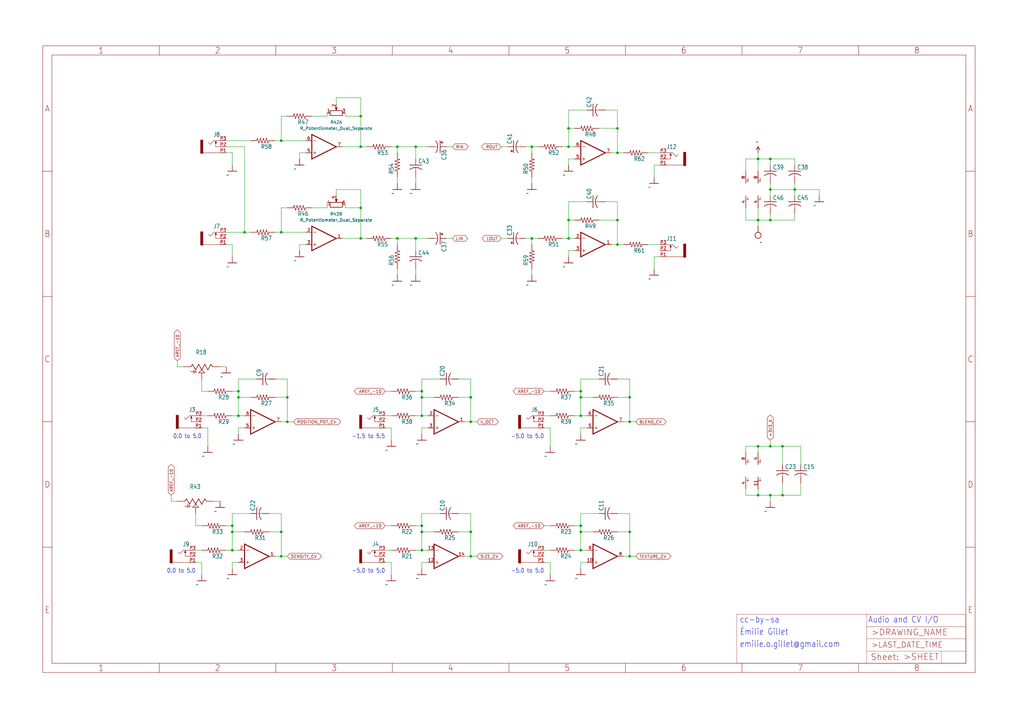
<source format=kicad_sch>
(kicad_sch (version 20211123) (generator eeschema)
  (paper "User" 425.45 299.161)
  (lib_symbols
    (symbol "Device:R_Potentiometer_Dual_Separate" (pin_names (offset 1.016) hide)
      (property "Reference" "RV" (at -4.445 0 90))
      (property "Value" "R_Potentiometer_Dual_Separate" (at -2.54 0 90))
      (symbol "R_Potentiometer_Dual_Separate_1_1"
        (pin passive line (at 0 3.81 270) (length 1.27) (name "1") (number "1"))
        (pin passive line (at 3.81 0 180) (length 1.27) (name "2") (number "2"))
        (pin passive line (at 0 -3.81 90) (length 1.27) (name "3") (number "3"))
      )
      (symbol "R_Potentiometer_Dual_Separate_2_1"
        (pin passive line (at 0 3.81 270) (length 1.27) (name "4") (number "4"))
        (pin passive line (at 3.81 0 180) (length 1.27) (name "5") (number "5"))
        (pin passive line (at 0 -3.81 90) (length 1.27) (name "6") (number "6"))
      )
    )
    (symbol "clouds-eagle-import:A3L-LOC"
      (symbol "A3L-LOC_1_0"
        (text "1" (at 24.2094 1.905 0) (effects (font (size 2.54 2.286))))
        (text "1" (at 24.2094 258.445 0) (effects (font (size 2.54 2.286))))
        (text "2" (at 72.6281 1.905 0) (effects (font (size 2.54 2.286))))
        (text "2" (at 72.6281 258.445 0) (effects (font (size 2.54 2.286))))
        (text "3" (at 121.0469 1.905 0) (effects (font (size 2.54 2.286))))
        (text "3" (at 121.0469 258.445 0) (effects (font (size 2.54 2.286))))
        (text "4" (at 169.4656 1.905 0) (effects (font (size 2.54 2.286))))
        (text "4" (at 169.4656 258.445 0) (effects (font (size 2.54 2.286))))
        (text "5" (at 217.8844 1.905 0) (effects (font (size 2.54 2.286))))
        (text "5" (at 217.8844 258.445 0) (effects (font (size 2.54 2.286))))
        (text "6" (at 266.3031 1.905 0) (effects (font (size 2.54 2.286))))
        (text "6" (at 266.3031 258.445 0) (effects (font (size 2.54 2.286))))
        (text "7" (at 314.7219 1.905 0) (effects (font (size 2.54 2.286))))
        (text "7" (at 314.7219 258.445 0) (effects (font (size 2.54 2.286))))
        (text "8" (at 363.1406 1.905 0) (effects (font (size 2.54 2.286))))
        (text "8" (at 363.1406 258.445 0) (effects (font (size 2.54 2.286))))
        (text ">DRAWING_NAME" (at 344.17 15.24 0) (effects (font (size 2.54 2.54)) (justify left bottom)))
        (text ">LAST_DATE_TIME" (at 344.17 10.16 0) (effects (font (size 2.286 2.286)) (justify left bottom)))
        (text ">SHEET" (at 357.505 5.08 0) (effects (font (size 2.54 2.54)) (justify left bottom)))
        (text "A" (at 1.905 234.315 0) (effects (font (size 2.54 2.286))))
        (text "A" (at 385.445 234.315 0) (effects (font (size 2.54 2.286))))
        (text "B" (at 1.905 182.245 0) (effects (font (size 2.54 2.286))))
        (text "B" (at 385.445 182.245 0) (effects (font (size 2.54 2.286))))
        (text "C" (at 1.905 130.175 0) (effects (font (size 2.54 2.286))))
        (text "C" (at 385.445 130.175 0) (effects (font (size 2.54 2.286))))
        (text "D" (at 1.905 78.105 0) (effects (font (size 2.54 2.286))))
        (text "D" (at 385.445 78.105 0) (effects (font (size 2.54 2.286))))
        (text "E" (at 1.905 26.035 0) (effects (font (size 2.54 2.286))))
        (text "E" (at 385.445 26.035 0) (effects (font (size 2.54 2.286))))
        (text "Sheet:" (at 343.916 4.953 0) (effects (font (size 2.54 2.54)) (justify left bottom)))
      )
    )
    (symbol "clouds-eagle-import:C-USC0603"
      (property "Reference" "C" (at 1.016 0.635 0))
      (property "Value" "C-USC0603" (at 1.016 -4.191 0))
      (symbol "C-USC0603_1_0"
        (pin passive line (at 0 2.54 270) (length 2.54) (name "1") (number "1"))
        (pin passive line (at 0 -5.08 90) (length 2.54) (name "2") (number "2"))
      )
    )
    (symbol "clouds-eagle-import:CPOL-USB"
      (property "Reference" "C" (at 1.016 0.635 0))
      (property "Value" "CPOL-USB" (at 1.016 -4.191 0))
      (symbol "CPOL-USB_1_0"
        (pin passive line (at 0 2.54 270) (length 2.54) (name "+") (number "+"))
        (pin passive line (at 0 -5.08 90) (length 2.54) (name "-") (number "-"))
      )
    )
    (symbol "clouds-eagle-import:GND" (power)
      (property "Value" "GND" (at -2.54 -2.54 0))
      (symbol "GND_1_0"
        (pin power_in line (at 0 2.54 270) (length 2.54) (name "GND") (number "1"))
      )
    )
    (symbol "clouds-eagle-import:PJ301_THONKICONN6"
      (property "Reference" "J" (at -2.54 4.064 0))
      (symbol "PJ301_THONKICONN6_1_0"
        (pin passive line (at -5.08 -2.54 0) (length 2.54) (name "1") (number "P1"))
        (pin passive line (at -5.08 0 0) (length 2.54) (name "2") (number "P2"))
        (pin passive line (at -5.08 2.54 0) (length 2.54) (name "3") (number "P3"))
      )
    )
    (symbol "clouds-eagle-import:POT_USVERTICAL_PS"
      (property "Reference" "R" (at -5.08 -2.54 90))
      (property "Value" "POT_USVERTICAL_PS" (at -2.54 -2.54 90))
      (symbol "POT_USVERTICAL_PS_1_0"
        (pin passive line (at 0 7.62 270) (length 2.54) (name "E") (number "P$1"))
        (pin passive line (at 5.08 0 180) (length 2.54) (name "S") (number "P$2"))
        (pin passive line (at 0 -7.62 90) (length 2.54) (name "A") (number "P$3"))
      )
    )
    (symbol "clouds-eagle-import:R-US_R0603"
      (property "Reference" "R" (at -3.81 1.4986 0))
      (property "Value" "R-US_R0603" (at -3.81 -3.302 0))
      (symbol "R-US_R0603_1_0"
        (pin passive line (at -5.08 0 0) (length 2.54) (name "1") (number "1"))
        (pin passive line (at 5.08 0 180) (length 2.54) (name "2") (number "2"))
      )
    )
    (symbol "clouds-eagle-import:TL072D"
      (symbol "TL072D_1_0"
        (pin output line (at 7.62 0 180) (length 2.54) (name "OUT") (number "1"))
        (pin input line (at -7.62 -2.54 0) (length 2.54) (name "-IN") (number "2"))
        (pin input line (at -7.62 2.54 0) (length 2.54) (name "+IN") (number "3"))
      )
      (symbol "TL072D_2_0"
        (pin input line (at -7.62 2.54 0) (length 2.54) (name "+IN") (number "5"))
        (pin input line (at -7.62 -2.54 0) (length 2.54) (name "-IN") (number "6"))
        (pin output line (at 7.62 0 180) (length 2.54) (name "OUT") (number "7"))
      )
      (symbol "TL072D_3_0"
        (text "V+" (at 1.27 3.175 900) (effects (font (size 0.8128 0.6908)) (justify left bottom)))
        (text "V-" (at 1.27 -4.445 900) (effects (font (size 0.8128 0.6908)) (justify left bottom)))
        (pin power_in line (at 0 -7.62 90) (length 5.08) (name "V-") (number "4"))
        (pin power_in line (at 0 7.62 270) (length 5.08) (name "V+") (number "8"))
      )
    )
    (symbol "clouds-eagle-import:TL074D"
      (symbol "TL074D_1_0"
        (pin output line (at 7.62 0 180) (length 2.54) (name "OUT") (number "1"))
        (pin input line (at -7.62 -2.54 0) (length 2.54) (name "-IN") (number "2"))
        (pin input line (at -7.62 2.54 0) (length 2.54) (name "+IN") (number "3"))
      )
      (symbol "TL074D_2_0"
        (pin input line (at -7.62 2.54 0) (length 2.54) (name "+IN") (number "5"))
        (pin input line (at -7.62 -2.54 0) (length 2.54) (name "-IN") (number "6"))
        (pin output line (at 7.62 0 180) (length 2.54) (name "OUT") (number "7"))
      )
      (symbol "TL074D_3_0"
        (pin input line (at -7.62 2.54 0) (length 2.54) (name "+IN") (number "10"))
        (pin output line (at 7.62 0 180) (length 2.54) (name "OUT") (number "8"))
        (pin input line (at -7.62 -2.54 0) (length 2.54) (name "-IN") (number "9"))
      )
      (symbol "TL074D_4_0"
        (pin input line (at -7.62 2.54 0) (length 2.54) (name "+IN") (number "12"))
        (pin input line (at -7.62 -2.54 0) (length 2.54) (name "-IN") (number "13"))
        (pin output line (at 7.62 0 180) (length 2.54) (name "OUT") (number "14"))
      )
      (symbol "TL074D_5_0"
        (text "V+" (at 1.27 3.175 900) (effects (font (size 0.8128 0.6908)) (justify left bottom)))
        (text "V-" (at 1.27 -4.445 900) (effects (font (size 0.8128 0.6908)) (justify left bottom)))
        (pin power_in line (at 0 -7.62 90) (length 5.08) (name "V-") (number "11"))
        (pin power_in line (at 0 7.62 270) (length 5.08) (name "V+") (number "4"))
      )
    )
    (symbol "clouds-eagle-import:VCC" (power)
      (property "Value" "VCC" (at -1.016 3.556 0))
      (symbol "VCC_1_0"
        (pin power_in line (at 0 0 90) (length 2.54) (name "VCC") (number "1"))
      )
    )
    (symbol "clouds-eagle-import:VEE" (power)
      (property "Value" "VEE" (at -1.905 3.175 0))
      (symbol "VEE_1_0"
        (pin power_in line (at 0 -2.54 90) (length 2.54) (name "VEE") (number "1"))
      )
    )
  )
  (junction (at 320.04 185.42))
  (junction (at 119.38 165.1))
  (junction (at 99.06 165.1))
  (junction (at 149.86 48.26))
  (junction (at 236.22 53.34))
  (junction (at 165.1 60.96))
  (junction (at 236.22 99.06))
  (junction (at 241.3 218.44))
  (junction (at 325.12 205.74))
  (junction (at 96.52 218.44))
  (junction (at 314.96 91.44))
  (junction (at 314.96 205.74))
  (junction (at 116.84 220.98))
  (junction (at 320.04 205.74))
  (junction (at 116.84 96.52))
  (junction (at 320.04 66.04))
  (junction (at 320.04 91.44))
  (junction (at 175.26 162.56))
  (junction (at 241.3 220.98))
  (junction (at 116.84 231.14))
  (junction (at 116.84 58.42))
  (junction (at 256.54 63.5))
  (junction (at 175.26 218.44))
  (junction (at 261.62 175.26))
  (junction (at 195.58 220.98))
  (junction (at 236.22 60.96))
  (junction (at 195.58 231.14))
  (junction (at 99.06 162.56))
  (junction (at 314.96 66.04))
  (junction (at 101.6 96.52))
  (junction (at 261.62 231.14))
  (junction (at 119.38 175.26))
  (junction (at 314.96 185.42))
  (junction (at 220.98 99.06))
  (junction (at 175.26 172.72))
  (junction (at 175.26 165.1))
  (junction (at 175.26 228.6))
  (junction (at 330.2 78.74))
  (junction (at 172.72 60.96))
  (junction (at 241.3 172.72))
  (junction (at 195.58 175.26))
  (junction (at 96.52 220.98))
  (junction (at 195.58 165.1))
  (junction (at 149.86 99.06))
  (junction (at 261.62 220.98))
  (junction (at 220.98 60.96))
  (junction (at 261.62 165.1))
  (junction (at 241.3 165.1))
  (junction (at 256.54 53.34))
  (junction (at 149.86 86.36))
  (junction (at 256.54 101.6))
  (junction (at 99.06 172.72))
  (junction (at 241.3 162.56))
  (junction (at 175.26 220.98))
  (junction (at 320.04 78.74))
  (junction (at 325.12 185.42))
  (junction (at 256.54 91.44))
  (junction (at 165.1 99.06))
  (junction (at 96.52 228.6))
  (junction (at 241.3 228.6))
  (junction (at 172.72 99.06))
  (junction (at 236.22 91.44))
  (junction (at 149.86 60.96))
  (wire (pts (xy 165.1 60.96) (xy 165.1 63.5)))
  (wire (pts (xy 175.26 228.6) (xy 177.8 228.6)))
  (wire (pts (xy 195.58 231.14) (xy 198.12 231.14)))
  (wire (pts (xy 243.84 233.68) (xy 241.3 233.68)))
  (wire (pts (xy 93.98 101.6) (xy 96.52 101.6)))
  (wire (pts (xy 111.76 220.98) (xy 116.84 220.98)))
  (wire (pts (xy 162.56 99.06) (xy 165.1 99.06)))
  (wire (pts (xy 251.46 83.82) (xy 256.54 83.82)))
  (wire (pts (xy 116.84 58.42) (xy 127 58.42)))
  (wire (pts (xy 149.86 40.64) (xy 149.86 48.26)))
  (wire (pts (xy 143.51 48.26) (xy 149.86 48.26)))
  (wire (pts (xy 320.04 205.74) (xy 325.12 205.74)))
  (wire (pts (xy 172.72 218.44) (xy 175.26 218.44)))
  (wire (pts (xy 236.22 104.14) (xy 236.22 106.68)))
  (wire (pts (xy 238.76 66.04) (xy 236.22 66.04)))
  (wire (pts (xy 149.86 86.36) (xy 149.86 99.06)))
  (wire (pts (xy 114.3 157.48) (xy 119.38 157.48)))
  (wire (pts (xy 195.58 175.26) (xy 198.12 175.26)))
  (wire (pts (xy 101.6 177.8) (xy 99.06 177.8)))
  (wire (pts (xy 238.76 172.72) (xy 241.3 172.72)))
  (wire (pts (xy 185.42 60.96) (xy 187.96 60.96)))
  (wire (pts (xy 96.52 172.72) (xy 99.06 172.72)))
  (wire (pts (xy 124.46 101.6) (xy 124.46 104.14)))
  (wire (pts (xy 175.26 162.56) (xy 175.26 165.1)))
  (wire (pts (xy 228.6 218.44) (xy 226.06 218.44)))
  (wire (pts (xy 271.78 106.68) (xy 271.78 111.76)))
  (wire (pts (xy 81.28 228.6) (xy 83.82 228.6)))
  (wire (pts (xy 116.84 231.14) (xy 114.3 231.14)))
  (wire (pts (xy 119.38 175.26) (xy 121.92 175.26)))
  (wire (pts (xy 314.96 203.2) (xy 314.96 205.74)))
  (wire (pts (xy 116.84 96.52) (xy 127 96.52)))
  (wire (pts (xy 139.7 81.28) (xy 139.7 78.74)))
  (wire (pts (xy 241.3 172.72) (xy 243.84 172.72)))
  (wire (pts (xy 119.38 165.1) (xy 119.38 175.26)))
  (wire (pts (xy 243.84 177.8) (xy 241.3 177.8)))
  (wire (pts (xy 162.56 60.96) (xy 165.1 60.96)))
  (wire (pts (xy 149.86 48.26) (xy 149.86 60.96)))
  (wire (pts (xy 226.06 162.56) (xy 228.6 162.56)))
  (wire (pts (xy 175.26 172.72) (xy 177.8 172.72)))
  (wire (pts (xy 256.54 53.34) (xy 256.54 63.5)))
  (wire (pts (xy 314.96 71.12) (xy 314.96 66.04)))
  (wire (pts (xy 248.92 213.36) (xy 241.3 213.36)))
  (wire (pts (xy 139.7 78.74) (xy 149.86 78.74)))
  (wire (pts (xy 180.34 220.98) (xy 175.26 220.98)))
  (wire (pts (xy 314.96 91.44) (xy 314.96 93.98)))
  (wire (pts (xy 101.6 220.98) (xy 96.52 220.98)))
  (wire (pts (xy 269.24 63.5) (xy 274.32 63.5)))
  (wire (pts (xy 116.84 86.36) (xy 116.84 96.52)))
  (wire (pts (xy 226.06 172.72) (xy 228.6 172.72)))
  (wire (pts (xy 190.5 220.98) (xy 195.58 220.98)))
  (wire (pts (xy 175.26 233.68) (xy 175.26 236.22)))
  (wire (pts (xy 246.38 165.1) (xy 241.3 165.1)))
  (wire (pts (xy 76.2 152.4) (xy 73.66 152.4)))
  (wire (pts (xy 172.72 60.96) (xy 177.8 60.96)))
  (wire (pts (xy 96.52 213.36) (xy 96.52 218.44)))
  (wire (pts (xy 195.58 175.26) (xy 193.04 175.26)))
  (wire (pts (xy 149.86 60.96) (xy 142.24 60.96)))
  (wire (pts (xy 236.22 99.06) (xy 238.76 99.06)))
  (wire (pts (xy 236.22 66.04) (xy 236.22 68.58)))
  (wire (pts (xy 233.68 99.06) (xy 236.22 99.06)))
  (wire (pts (xy 261.62 231.14) (xy 264.16 231.14)))
  (wire (pts (xy 320.04 185.42) (xy 320.04 182.88)))
  (wire (pts (xy 238.76 228.6) (xy 241.3 228.6)))
  (wire (pts (xy 172.72 111.76) (xy 172.72 114.3)))
  (wire (pts (xy 256.54 220.98) (xy 261.62 220.98)))
  (wire (pts (xy 101.6 96.52) (xy 104.14 96.52)))
  (wire (pts (xy 119.38 86.36) (xy 116.84 86.36)))
  (wire (pts (xy 261.62 175.26) (xy 259.08 175.26)))
  (wire (pts (xy 71.12 208.28) (xy 71.12 205.74)))
  (wire (pts (xy 165.1 99.06) (xy 165.1 101.6)))
  (wire (pts (xy 160.02 228.6) (xy 162.56 228.6)))
  (wire (pts (xy 320.04 76.2) (xy 320.04 78.74)))
  (wire (pts (xy 220.98 60.96) (xy 223.52 60.96)))
  (wire (pts (xy 218.44 60.96) (xy 220.98 60.96)))
  (wire (pts (xy 314.96 187.96) (xy 314.96 185.42)))
  (wire (pts (xy 93.98 58.42) (xy 104.14 58.42)))
  (wire (pts (xy 116.84 48.26) (xy 116.84 58.42)))
  (wire (pts (xy 139.7 43.18) (xy 139.7 40.64)))
  (wire (pts (xy 236.22 60.96) (xy 238.76 60.96)))
  (wire (pts (xy 320.04 78.74) (xy 320.04 81.28)))
  (wire (pts (xy 93.98 218.44) (xy 96.52 218.44)))
  (wire (pts (xy 73.66 152.4) (xy 73.66 149.86)))
  (wire (pts (xy 309.88 71.12) (xy 309.88 66.04)))
  (wire (pts (xy 236.22 45.72) (xy 243.84 45.72)))
  (wire (pts (xy 314.96 185.42) (xy 320.04 185.42)))
  (wire (pts (xy 261.62 231.14) (xy 259.08 231.14)))
  (wire (pts (xy 172.72 99.06) (xy 177.8 99.06)))
  (wire (pts (xy 162.56 233.68) (xy 162.56 238.76)))
  (wire (pts (xy 175.26 218.44) (xy 175.26 220.98)))
  (wire (pts (xy 236.22 91.44) (xy 236.22 83.82)))
  (wire (pts (xy 101.6 60.96) (xy 101.6 96.52)))
  (wire (pts (xy 325.12 185.42) (xy 325.12 193.04)))
  (wire (pts (xy 309.88 91.44) (xy 314.96 91.44)))
  (wire (pts (xy 220.98 99.06) (xy 223.52 99.06)))
  (wire (pts (xy 226.06 233.68) (xy 228.6 233.68)))
  (wire (pts (xy 160.02 172.72) (xy 162.56 172.72)))
  (wire (pts (xy 241.3 157.48) (xy 241.3 162.56)))
  (wire (pts (xy 340.36 78.74) (xy 340.36 81.28)))
  (wire (pts (xy 99.06 157.48) (xy 99.06 162.56)))
  (wire (pts (xy 228.6 233.68) (xy 228.6 238.76)))
  (wire (pts (xy 236.22 60.96) (xy 236.22 53.34)))
  (wire (pts (xy 177.8 177.8) (xy 175.26 177.8)))
  (wire (pts (xy 241.3 233.68) (xy 241.3 236.22)))
  (wire (pts (xy 175.26 220.98) (xy 175.26 228.6)))
  (wire (pts (xy 241.3 177.8) (xy 241.3 180.34)))
  (wire (pts (xy 116.84 213.36) (xy 116.84 220.98)))
  (wire (pts (xy 220.98 111.76) (xy 220.98 114.3)))
  (wire (pts (xy 83.82 162.56) (xy 86.36 162.56)))
  (wire (pts (xy 248.92 53.34) (xy 256.54 53.34)))
  (wire (pts (xy 96.52 162.56) (xy 99.06 162.56)))
  (wire (pts (xy 256.54 165.1) (xy 261.62 165.1)))
  (wire (pts (xy 114.3 165.1) (xy 119.38 165.1)))
  (wire (pts (xy 165.1 60.96) (xy 172.72 60.96)))
  (wire (pts (xy 330.2 81.28) (xy 330.2 78.74)))
  (wire (pts (xy 195.58 165.1) (xy 195.58 175.26)))
  (wire (pts (xy 320.04 66.04) (xy 330.2 66.04)))
  (wire (pts (xy 330.2 66.04) (xy 330.2 68.58)))
  (wire (pts (xy 256.54 101.6) (xy 259.08 101.6)))
  (wire (pts (xy 325.12 185.42) (xy 332.74 185.42)))
  (wire (pts (xy 172.72 162.56) (xy 175.26 162.56)))
  (wire (pts (xy 330.2 78.74) (xy 330.2 76.2)))
  (wire (pts (xy 241.3 220.98) (xy 241.3 228.6)))
  (wire (pts (xy 96.52 233.68) (xy 96.52 236.22)))
  (wire (pts (xy 309.88 66.04) (xy 314.96 66.04)))
  (wire (pts (xy 96.52 63.5) (xy 96.52 68.58)))
  (wire (pts (xy 172.72 73.66) (xy 172.72 76.2)))
  (wire (pts (xy 165.1 73.66) (xy 165.1 76.2)))
  (wire (pts (xy 228.6 177.8) (xy 228.6 185.42)))
  (wire (pts (xy 238.76 162.56) (xy 241.3 162.56)))
  (wire (pts (xy 236.22 53.34) (xy 236.22 45.72)))
  (wire (pts (xy 256.54 157.48) (xy 261.62 157.48)))
  (wire (pts (xy 124.46 63.5) (xy 124.46 66.04)))
  (wire (pts (xy 143.51 86.36) (xy 143.51 85.09)))
  (wire (pts (xy 274.32 106.68) (xy 271.78 106.68)))
  (wire (pts (xy 309.88 86.36) (xy 309.88 91.44)))
  (wire (pts (xy 116.84 231.14) (xy 119.38 231.14)))
  (wire (pts (xy 162.56 177.8) (xy 162.56 182.88)))
  (wire (pts (xy 241.3 218.44) (xy 241.3 220.98)))
  (wire (pts (xy 261.62 165.1) (xy 261.62 175.26)))
  (wire (pts (xy 81.28 213.36) (xy 81.28 218.44)))
  (wire (pts (xy 81.28 233.68) (xy 83.82 233.68)))
  (wire (pts (xy 256.54 91.44) (xy 256.54 101.6)))
  (wire (pts (xy 238.76 218.44) (xy 241.3 218.44)))
  (wire (pts (xy 143.51 48.26) (xy 143.51 46.99)))
  (wire (pts (xy 96.52 228.6) (xy 99.06 228.6)))
  (wire (pts (xy 83.82 233.68) (xy 83.82 238.76)))
  (wire (pts (xy 314.96 66.04) (xy 320.04 66.04)))
  (wire (pts (xy 160.02 177.8) (xy 162.56 177.8)))
  (wire (pts (xy 332.74 185.42) (xy 332.74 193.04)))
  (wire (pts (xy 241.3 165.1) (xy 241.3 172.72)))
  (wire (pts (xy 256.54 63.5) (xy 254 63.5)))
  (wire (pts (xy 114.3 58.42) (xy 116.84 58.42)))
  (wire (pts (xy 135.89 86.36) (xy 135.89 85.09)))
  (wire (pts (xy 241.3 162.56) (xy 241.3 165.1)))
  (wire (pts (xy 314.96 91.44) (xy 320.04 91.44)))
  (wire (pts (xy 261.62 213.36) (xy 261.62 220.98)))
  (wire (pts (xy 119.38 48.26) (xy 116.84 48.26)))
  (wire (pts (xy 220.98 99.06) (xy 220.98 101.6)))
  (wire (pts (xy 165.1 99.06) (xy 172.72 99.06)))
  (wire (pts (xy 127 101.6) (xy 124.46 101.6)))
  (wire (pts (xy 236.22 91.44) (xy 238.76 91.44)))
  (wire (pts (xy 233.68 60.96) (xy 236.22 60.96)))
  (wire (pts (xy 320.04 78.74) (xy 330.2 78.74)))
  (wire (pts (xy 177.8 233.68) (xy 175.26 233.68)))
  (wire (pts (xy 111.76 213.36) (xy 116.84 213.36)))
  (wire (pts (xy 271.78 68.58) (xy 271.78 73.66)))
  (wire (pts (xy 256.54 83.82) (xy 256.54 91.44)))
  (wire (pts (xy 73.66 208.28) (xy 71.12 208.28)))
  (wire (pts (xy 256.54 63.5) (xy 259.08 63.5)))
  (wire (pts (xy 175.26 157.48) (xy 175.26 162.56)))
  (wire (pts (xy 93.98 60.96) (xy 101.6 60.96)))
  (wire (pts (xy 241.3 228.6) (xy 243.84 228.6)))
  (wire (pts (xy 251.46 45.72) (xy 256.54 45.72)))
  (wire (pts (xy 149.86 60.96) (xy 152.4 60.96)))
  (wire (pts (xy 104.14 165.1) (xy 99.06 165.1)))
  (wire (pts (xy 99.06 233.68) (xy 96.52 233.68)))
  (wire (pts (xy 86.36 177.8) (xy 86.36 185.42)))
  (wire (pts (xy 139.7 40.64) (xy 149.86 40.64)))
  (wire (pts (xy 238.76 104.14) (xy 236.22 104.14)))
  (wire (pts (xy 99.06 172.72) (xy 101.6 172.72)))
  (wire (pts (xy 195.58 157.48) (xy 195.58 165.1)))
  (wire (pts (xy 236.22 83.82) (xy 243.84 83.82)))
  (wire (pts (xy 190.5 157.48) (xy 195.58 157.48)))
  (wire (pts (xy 182.88 213.36) (xy 175.26 213.36)))
  (wire (pts (xy 180.34 165.1) (xy 175.26 165.1)))
  (wire (pts (xy 172.72 60.96) (xy 172.72 66.04)))
  (wire (pts (xy 114.3 96.52) (xy 116.84 96.52)))
  (wire (pts (xy 309.88 185.42) (xy 314.96 185.42)))
  (wire (pts (xy 160.02 218.44) (xy 162.56 218.44)))
  (wire (pts (xy 261.62 157.48) (xy 261.62 165.1)))
  (wire (pts (xy 160.02 162.56) (xy 162.56 162.56)))
  (wire (pts (xy 269.24 101.6) (xy 274.32 101.6)))
  (wire (pts (xy 210.82 99.06) (xy 208.28 99.06)))
  (wire (pts (xy 226.06 177.8) (xy 228.6 177.8)))
  (wire (pts (xy 195.58 213.36) (xy 195.58 220.98)))
  (wire (pts (xy 330.2 78.74) (xy 340.36 78.74)))
  (wire (pts (xy 256.54 213.36) (xy 261.62 213.36)))
  (wire (pts (xy 149.86 78.74) (xy 149.86 86.36)))
  (wire (pts (xy 96.52 220.98) (xy 96.52 228.6)))
  (wire (pts (xy 314.96 205.74) (xy 320.04 205.74)))
  (wire (pts (xy 99.06 165.1) (xy 99.06 172.72)))
  (wire (pts (xy 236.22 53.34) (xy 238.76 53.34)))
  (wire (pts (xy 93.98 63.5) (xy 96.52 63.5)))
  (wire (pts (xy 116.84 220.98) (xy 116.84 231.14)))
  (wire (pts (xy 96.52 101.6) (xy 96.52 106.68)))
  (wire (pts (xy 175.26 177.8) (xy 175.26 180.34)))
  (wire (pts (xy 119.38 175.26) (xy 116.84 175.26)))
  (wire (pts (xy 241.3 213.36) (xy 241.3 218.44)))
  (wire (pts (xy 165.1 111.76) (xy 165.1 114.3)))
  (wire (pts (xy 129.54 48.26) (xy 135.89 48.26)))
  (wire (pts (xy 320.04 91.44) (xy 320.04 88.9)))
  (wire (pts (xy 172.72 172.72) (xy 175.26 172.72)))
  (wire (pts (xy 83.82 177.8) (xy 86.36 177.8)))
  (wire (pts (xy 309.88 203.2) (xy 309.88 205.74)))
  (wire (pts (xy 135.89 48.26) (xy 135.89 46.99)))
  (wire (pts (xy 314.96 86.36) (xy 314.96 91.44)))
  (wire (pts (xy 185.42 99.06) (xy 187.96 99.06)))
  (wire (pts (xy 320.04 66.04) (xy 320.04 68.58)))
  (wire (pts (xy 99.06 162.56) (xy 99.06 165.1)))
  (wire (pts (xy 88.9 208.28) (xy 91.44 208.28)))
  (wire (pts (xy 149.86 99.06) (xy 142.24 99.06)))
  (wire (pts (xy 246.38 220.98) (xy 241.3 220.98)))
  (wire (pts (xy 325.12 200.66) (xy 325.12 205.74)))
  (wire (pts (xy 320.04 91.44) (xy 330.2 91.44)))
  (wire (pts (xy 256.54 45.72) (xy 256.54 53.34)))
  (wire (pts (xy 149.86 99.06) (xy 152.4 99.06)))
  (wire (pts (xy 99.06 177.8) (xy 99.06 180.34)))
  (wire (pts (xy 83.82 172.72) (xy 86.36 172.72)))
  (wire (pts (xy 104.14 213.36) (xy 96.52 213.36)))
  (wire (pts (xy 220.98 73.66) (xy 220.98 76.2)))
  (wire (pts (xy 248.92 91.44) (xy 256.54 91.44)))
  (wire (pts (xy 127 63.5) (xy 124.46 63.5)))
  (wire (pts (xy 309.88 205.74) (xy 314.96 205.74)))
  (wire (pts (xy 190.5 165.1) (xy 195.58 165.1)))
  (wire (pts (xy 195.58 231.14) (xy 193.04 231.14)))
  (wire (pts (xy 175.26 165.1) (xy 175.26 172.72)))
  (wire (pts (xy 236.22 99.06) (xy 236.22 91.44)))
  (wire (pts (xy 91.44 152.4) (xy 93.98 152.4)))
  (wire (pts (xy 172.72 99.06) (xy 172.72 104.14)))
  (wire (pts (xy 261.62 175.26) (xy 264.16 175.26)))
  (wire (pts (xy 274.32 68.58) (xy 271.78 68.58)))
  (wire (pts (xy 143.51 86.36) (xy 149.86 86.36)))
  (wire (pts (xy 226.06 228.6) (xy 228.6 228.6)))
  (wire (pts (xy 182.88 157.48) (xy 175.26 157.48)))
  (wire (pts (xy 248.92 157.48) (xy 241.3 157.48)))
  (wire (pts (xy 93.98 96.52) (xy 101.6 96.52)))
  (wire (pts (xy 81.28 218.44) (xy 83.82 218.44)))
  (wire (pts (xy 261.62 220.98) (xy 261.62 231.14)))
  (wire (pts (xy 220.98 60.96) (xy 220.98 63.5)))
  (wire (pts (xy 332.74 205.74) (xy 332.74 200.66)))
  (wire (pts (xy 96.52 218.44) (xy 96.52 220.98)))
  (wire (pts (xy 129.54 86.36) (xy 135.89 86.36)))
  (wire (pts (xy 218.44 99.06) (xy 220.98 99.06)))
  (wire (pts (xy 172.72 228.6) (xy 175.26 228.6)))
  (wire (pts (xy 195.58 220.98) (xy 195.58 231.14)))
  (wire (pts (xy 325.12 205.74) (xy 332.74 205.74)))
  (wire (pts (xy 83.82 157.48) (xy 83.82 162.56)))
  (wire (pts (xy 210.82 60.96) (xy 208.28 60.96)))
  (wire (pts (xy 256.54 101.6) (xy 254 101.6)))
  (wire (pts (xy 160.02 233.68) (xy 162.56 233.68)))
  (wire (pts (xy 320.04 185.42) (xy 325.12 185.42)))
  (wire (pts (xy 93.98 228.6) (xy 96.52 228.6)))
  (wire (pts (xy 320.04 205.74) (xy 320.04 208.28)))
  (wire (pts (xy 330.2 91.44) (xy 330.2 88.9)))
  (wire (pts (xy 106.68 157.48) (xy 99.06 157.48)))
  (wire (pts (xy 175.26 213.36) (xy 175.26 218.44)))
  (wire (pts (xy 309.88 187.96) (xy 309.88 185.42)))
  (wire (pts (xy 119.38 157.48) (xy 119.38 165.1)))
  (wire (pts (xy 190.5 213.36) (xy 195.58 213.36)))
  (wire (pts (xy 314.96 66.04) (xy 314.96 63.5)))
  (text "-1.5 to 5.5" (at 160.02 180.34 180) (effects (font (size 1.778 1.5113)) (justify right top)))
  (text "-5.0 to 5.0" (at 160.02 236.22 180) (effects (font (size 1.778 1.5113)) (justify right top)))
  (text "0.0 to 5.0" (at 83.82 180.34 180) (effects (font (size 1.778 1.5113)) (justify right top)))
  (text "cc-by-sa" (at 307.34 259.08 180) (effects (font (size 2.54 2.159)) (justify left bottom)))
  (text "0.0 to 5.0" (at 81.28 236.22 180) (effects (font (size 1.778 1.5113)) (justify right top)))
  (text "Audio and CV I/O" (at 360.68 259.08 180) (effects (font (size 2.54 2.159)) (justify left bottom)))
  (text "emilie.o.gillet@gmail.com" (at 307.34 269.24 180) (effects (font (size 2.54 2.159)) (justify left bottom)))
  (text "-5.0 to 5.0" (at 226.06 236.22 180) (effects (font (size 1.778 1.5113)) (justify right top)))
  (text "-5.0 to 5.0" (at 226.06 180.34 180) (effects (font (size 1.778 1.5113)) (justify right top)))
  (text "Émilie Gillet" (at 307.34 264.16 180) (effects (font (size 2.54 2.159)) (justify left bottom)))
  (global_label "+3V3_A" (shape bidirectional) (at 320.04 182.88 90) (effects (font (size 1.2446 1.2446))) (property "Intersheet References" "${INTERSHEET_REFS}" (effects hide)))
  (global_label "AREF_-10" (shape bidirectional) (at 226.06 218.44 180) (effects (font (size 1.2446 1.2446))) (property "Intersheet References" "${INTERSHEET_REFS}" (effects hide)))
  (global_label "RIN" (shape bidirectional) (at 187.96 60.96 0) (effects (font (size 1.2446 1.2446))) (property "Intersheet References" "${INTERSHEET_REFS}" (effects hide)))
  (global_label "AREF_-10" (shape bidirectional) (at 71.12 205.74 90) (effects (font (size 1.2446 1.2446))) (property "Intersheet References" "${INTERSHEET_REFS}" (effects hide)))
  (global_label "POSITION_POT_CV" (shape bidirectional) (at 121.92 175.26 0) (effects (font (size 1.2446 1.2446))) (property "Intersheet References" "${INTERSHEET_REFS}" (effects hide)))
  (global_label "BLEND_CV" (shape bidirectional) (at 264.16 175.26 0) (effects (font (size 1.2446 1.2446))) (property "Intersheet References" "${INTERSHEET_REFS}" (effects hide)))
  (global_label "SIZE_CV" (shape bidirectional) (at 198.12 231.14 0) (effects (font (size 1.2446 1.2446))) (property "Intersheet References" "${INTERSHEET_REFS}" (effects hide)))
  (global_label "LOUT" (shape bidirectional) (at 208.28 99.06 180) (effects (font (size 1.2446 1.2446))) (property "Intersheet References" "${INTERSHEET_REFS}" (effects hide)))
  (global_label "LIN" (shape bidirectional) (at 187.96 99.06 0) (effects (font (size 1.2446 1.2446))) (property "Intersheet References" "${INTERSHEET_REFS}" (effects hide)))
  (global_label "ROUT" (shape bidirectional) (at 208.28 60.96 180) (effects (font (size 1.2446 1.2446))) (property "Intersheet References" "${INTERSHEET_REFS}" (effects hide)))
  (global_label "TEXTURE_CV" (shape bidirectional) (at 264.16 231.14 0) (effects (font (size 1.2446 1.2446))) (property "Intersheet References" "${INTERSHEET_REFS}" (effects hide)))
  (global_label "AREF_-10" (shape bidirectional) (at 160.02 218.44 180) (effects (font (size 1.2446 1.2446))) (property "Intersheet References" "${INTERSHEET_REFS}" (effects hide)))
  (global_label "V_OCT" (shape bidirectional) (at 198.12 175.26 0) (effects (font (size 1.2446 1.2446))) (property "Intersheet References" "${INTERSHEET_REFS}" (effects hide)))
  (global_label "AREF_-10" (shape bidirectional) (at 160.02 162.56 180) (effects (font (size 1.2446 1.2446))) (property "Intersheet References" "${INTERSHEET_REFS}" (effects hide)))
  (global_label "AREF_-10" (shape bidirectional) (at 226.06 162.56 180) (effects (font (size 1.2446 1.2446))) (property "Intersheet References" "${INTERSHEET_REFS}" (effects hide)))
  (global_label "AREF_-10" (shape bidirectional) (at 73.66 149.86 90) (effects (font (size 1.2446 1.2446))) (property "Intersheet References" "${INTERSHEET_REFS}" (effects hide)))
  (global_label "DENSITY_CV" (shape bidirectional) (at 119.38 231.14 0) (effects (font (size 1.2446 1.2446))) (property "Intersheet References" "${INTERSHEET_REFS}" (effects hide)))
  (symbol (lib_id "clouds-eagle-import:R-US_R0603") (at 165.1 106.68 90) (unit 1)
    (property "Reference" "R56" (at 163.6014 110.49 0) (effects (font (size 1.778 1.5113)) (justify left bottom)))
  )
  (symbol (lib_id "Device:R_Potentiometer_Dual_Separate") (at 139.7 85.09 90) (unit 2)
    (property "Reference" "R42" (at 139.7 88.9 90))
    (property "Value" "R_Potentiometer_Dual_Separate" (at 139.7 91.44 90))
    (property "Footprint" "Potentiometer_THT:Potentiometer_Alpha_RD902F-40-00D_Dual_Vertical_CircularHoles" (effects hide))
  )
  (symbol (lib_id "clouds-eagle-import:C-USC0603") (at 330.2 83.82 0) (unit 1)
    (property "Reference" "C45" (at 331.216 83.185 0) (effects (font (size 1.778 1.5113)) (justify left bottom)))
  )
  (symbol (lib_id "clouds-eagle-import:GND") (at 340.36 83.82 0) (unit 1)
    (property "Reference" "#GND41" (effects hide))
  )
  (symbol (lib_id "clouds-eagle-import:GND") (at 228.6 187.96 0) (unit 1)
    (property "Reference" "#GND6" (effects hide))
  )
  (symbol (lib_id "clouds-eagle-import:C-USC0603") (at 106.68 213.36 90) (unit 1)
    (property "Reference" "C22" (at 106.045 212.344 0) (effects (font (size 1.778 1.5113)) (justify left bottom)))
  )
  (symbol (lib_id "clouds-eagle-import:GND") (at 271.78 114.3 0) (unit 1)
    (property "Reference" "#GND39" (effects hide))
  )
  (symbol (lib_id "clouds-eagle-import:GND") (at 241.3 238.76 0) (unit 1)
    (property "Reference" "#GND9" (effects hide))
  )
  (symbol (lib_id "clouds-eagle-import:R-US_R0603") (at 220.98 68.58 90) (unit 1)
    (property "Reference" "R50" (at 219.4814 72.39 0) (effects (font (size 1.778 1.5113)) (justify left bottom)))
  )
  (symbol (lib_id "clouds-eagle-import:POT_USVERTICAL_PS") (at 81.28 208.28 270) (unit 1)
    (property "Reference" "R43" (at 78.74 203.2 90) (effects (font (size 1.778 1.5113)) (justify left bottom)))
  )
  (symbol (lib_id "clouds-eagle-import:R-US_R0603") (at 228.6 60.96 180) (unit 1)
    (property "Reference" "R52" (at 232.41 62.4586 0) (effects (font (size 1.778 1.5113)) (justify left bottom)))
  )
  (symbol (lib_id "clouds-eagle-import:R-US_R0603") (at 233.68 218.44 180) (unit 1)
    (property "Reference" "R23" (at 237.49 219.9386 0) (effects (font (size 1.778 1.5113)) (justify left bottom)))
  )
  (symbol (lib_id "clouds-eagle-import:GND") (at 172.72 116.84 0) (unit 1)
    (property "Reference" "#GND30" (effects hide))
  )
  (symbol (lib_id "clouds-eagle-import:R-US_R0603") (at 220.98 106.68 90) (unit 1)
    (property "Reference" "R59" (at 219.4814 110.49 0) (effects (font (size 1.778 1.5113)) (justify left bottom)))
  )
  (symbol (lib_id "clouds-eagle-import:R-US_R0603") (at 264.16 63.5 180) (unit 1)
    (property "Reference" "R62" (at 267.97 64.9986 0) (effects (font (size 1.778 1.5113)) (justify left bottom)))
  )
  (symbol (lib_id "clouds-eagle-import:GND") (at 162.56 185.42 0) (unit 1)
    (property "Reference" "#GND7" (effects hide))
  )
  (symbol (lib_id "clouds-eagle-import:C-USC0603") (at 246.38 45.72 90) (unit 1)
    (property "Reference" "C42" (at 245.745 44.704 0) (effects (font (size 1.778 1.5113)) (justify left bottom)))
  )
  (symbol (lib_id "clouds-eagle-import:R-US_R0603") (at 233.68 162.56 180) (unit 1)
    (property "Reference" "R37" (at 237.49 164.0586 0) (effects (font (size 1.778 1.5113)) (justify left bottom)))
  )
  (symbol (lib_id "clouds-eagle-import:GND") (at 86.36 187.96 0) (unit 1)
    (property "Reference" "#GND45" (effects hide))
  )
  (symbol (lib_id "clouds-eagle-import:C-USC0603") (at 185.42 213.36 90) (unit 1)
    (property "Reference" "C10" (at 184.785 212.344 0) (effects (font (size 1.778 1.5113)) (justify left bottom)))
  )
  (symbol (lib_id "clouds-eagle-import:R-US_R0603") (at 157.48 60.96 180) (unit 1)
    (property "Reference" "R53" (at 161.29 62.4586 0) (effects (font (size 1.778 1.5113)) (justify left bottom)))
  )
  (symbol (lib_id "clouds-eagle-import:R-US_R0603") (at 167.64 228.6 180) (unit 1)
    (property "Reference" "R21" (at 171.45 230.0986 0) (effects (font (size 1.778 1.5113)) (justify left bottom)))
  )
  (symbol (lib_id "clouds-eagle-import:GND") (at 236.22 109.22 0) (unit 1)
    (property "Reference" "#GND38" (effects hide))
  )
  (symbol (lib_id "clouds-eagle-import:R-US_R0603") (at 109.22 58.42 180) (unit 1)
    (property "Reference" "R58" (at 113.03 59.9186 0) (effects (font (size 1.778 1.5113)) (justify left bottom)))
  )
  (symbol (lib_id "clouds-eagle-import:GND") (at 93.98 154.94 0) (unit 1)
    (property "Reference" "#GND47" (effects hide))
  )
  (symbol (lib_id "clouds-eagle-import:C-USC0603") (at 325.12 195.58 0) (unit 1)
    (property "Reference" "C23" (at 326.136 194.945 0) (effects (font (size 1.778 1.5113)) (justify left bottom)))
  )
  (symbol (lib_id "clouds-eagle-import:TL074D") (at 185.42 175.26 0) (mirror x) (unit 1)
    (property "Reference" "IC4" (effects hide))
  )
  (symbol (lib_id "clouds-eagle-import:CPOL-USB") (at 182.88 99.06 270) (unit 1)
    (property "Reference" "C37" (at 183.515 100.076 0) (effects (font (size 1.778 1.5113)) (justify left bottom)))
  )
  (symbol (lib_id "clouds-eagle-import:PJ301_THONKICONN6") (at 88.9 60.96 0) (mirror y) (unit 1)
    (property "Reference" "J8" (at 91.44 56.896 0) (effects (font (size 1.778 1.5113)) (justify left bottom)))
  )
  (symbol (lib_id "clouds-eagle-import:R-US_R0603") (at 243.84 53.34 180) (unit 1)
    (property "Reference" "R48" (at 247.65 54.8386 0) (effects (font (size 1.778 1.5113)) (justify left bottom)))
  )
  (symbol (lib_id "clouds-eagle-import:GND") (at 91.44 210.82 0) (unit 1)
    (property "Reference" "#GND44" (effects hide))
  )
  (symbol (lib_id "clouds-eagle-import:TL074D") (at 251.46 231.14 0) (mirror x) (unit 3)
    (property "Reference" "IC4" (effects hide))
  )
  (symbol (lib_id "clouds-eagle-import:C-USC0603") (at 246.38 83.82 90) (unit 1)
    (property "Reference" "C40" (at 245.745 82.804 0) (effects (font (size 1.778 1.5113)) (justify left bottom)))
  )
  (symbol (lib_id "clouds-eagle-import:R-US_R0603") (at 167.64 172.72 180) (unit 1)
    (property "Reference" "R38" (at 171.45 174.2186 0) (effects (font (size 1.778 1.5113)) (justify left bottom)))
  )
  (symbol (lib_id "clouds-eagle-import:R-US_R0603") (at 233.68 172.72 180) (unit 1)
    (property "Reference" "R39" (at 237.49 174.2186 0) (effects (font (size 1.778 1.5113)) (justify left bottom)))
  )
  (symbol (lib_id "clouds-eagle-import:GND") (at 172.72 78.74 0) (unit 1)
    (property "Reference" "#GND26" (effects hide))
  )
  (symbol (lib_id "clouds-eagle-import:R-US_R0603") (at 157.48 99.06 180) (unit 1)
    (property "Reference" "R55" (at 161.29 100.5586 0) (effects (font (size 1.778 1.5113)) (justify left bottom)))
  )
  (symbol (lib_id "clouds-eagle-import:GND") (at 83.82 241.3 0) (unit 1)
    (property "Reference" "#GND42" (effects hide))
  )
  (symbol (lib_id "clouds-eagle-import:C-USC0603") (at 251.46 213.36 90) (unit 1)
    (property "Reference" "C11" (at 250.825 212.344 0) (effects (font (size 1.778 1.5113)) (justify left bottom)))
  )
  (symbol (lib_id "clouds-eagle-import:VEE") (at 314.96 96.52 180) (unit 1)
    (property "Reference" "#SUPPLY4" (effects hide))
  )
  (symbol (lib_id "clouds-eagle-import:A3L-LOC") (at 17.78 279.4 0) (unit 1)
    (property "Reference" "#FRAME1" (effects hide))
    (property "Value" "A3L-LOC" (effects hide))
    (property "Footprint" "clouds:" (effects hide))
  )
  (symbol (lib_id "clouds-eagle-import:TL072D") (at 134.62 99.06 0) (mirror x) (unit 1)
    (property "Reference" "IC9" (effects hide))
  )
  (symbol (lib_id "clouds-eagle-import:R-US_R0603") (at 243.84 91.44 180) (unit 1)
    (property "Reference" "R49" (at 247.65 92.9386 0) (effects (font (size 1.778 1.5113)) (justify left bottom)))
  )
  (symbol (lib_id "clouds-eagle-import:R-US_R0603") (at 264.16 101.6 180) (unit 1)
    (property "Reference" "R61" (at 267.97 103.0986 0) (effects (font (size 1.778 1.5113)) (justify left bottom)))
  )
  (symbol (lib_id "clouds-eagle-import:CPOL-USB") (at 182.88 60.96 270) (unit 1)
    (property "Reference" "C36" (at 183.515 61.976 0) (effects (font (size 1.778 1.5113)) (justify left bottom)))
  )
  (symbol (lib_id "clouds-eagle-import:CPOL-USB") (at 213.36 60.96 90) (unit 1)
    (property "Reference" "C41" (at 212.725 59.944 0) (effects (font (size 1.778 1.5113)) (justify left bottom)))
  )
  (symbol (lib_id "clouds-eagle-import:TL072D") (at 134.62 60.96 0) (mirror x) (unit 2)
    (property "Reference" "IC9" (effects hide))
  )
  (symbol (lib_id "clouds-eagle-import:R-US_R0603") (at 167.64 162.56 180) (unit 1)
    (property "Reference" "R36" (at 171.45 164.0586 0) (effects (font (size 1.778 1.5113)) (justify left bottom)))
  )
  (symbol (lib_id "clouds-eagle-import:PJ301_THONKICONN6") (at 76.2 231.14 0) (mirror y) (unit 1)
    (property "Reference" "J9" (at 78.74 227.076 0) (effects (font (size 1.778 1.5113)) (justify left bottom)))
  )
  (symbol (lib_id "clouds-eagle-import:R-US_R0603") (at 185.42 165.1 180) (unit 1)
    (property "Reference" "R34" (at 189.23 166.5986 0) (effects (font (size 1.778 1.5113)) (justify left bottom)))
  )
  (symbol (lib_id "clouds-eagle-import:TL072D") (at 109.22 175.26 0) (mirror x) (unit 2)
    (property "Reference" "IC3" (effects hide))
  )
  (symbol (lib_id "clouds-eagle-import:PJ301_THONKICONN6") (at 154.94 175.26 0) (mirror y) (unit 1)
    (property "Reference" "J5" (at 157.48 171.196 0) (effects (font (size 1.778 1.5113)) (justify left bottom)))
  )
  (symbol (lib_id "clouds-eagle-import:R-US_R0603") (at 185.42 220.98 180) (unit 1)
    (property "Reference" "R25" (at 189.23 222.4786 0) (effects (font (size 1.778 1.5113)) (justify left bottom)))
  )
  (symbol (lib_id "clouds-eagle-import:CPOL-USB") (at 213.36 99.06 90) (unit 1)
    (property "Reference" "C33" (at 212.725 98.044 0) (effects (font (size 1.778 1.5113)) (justify left bottom)))
  )
  (symbol (lib_id "clouds-eagle-import:GND") (at 165.1 78.74 0) (unit 1)
    (property "Reference" "#GND25" (effects hide))
  )
  (symbol (lib_id "clouds-eagle-import:GND") (at 99.06 182.88 0) (unit 1)
    (property "Reference" "#GND46" (effects hide))
  )
  (symbol (lib_id "clouds-eagle-import:TL072D") (at 106.68 231.14 0) (mirror x) (unit 1)
    (property "Reference" "IC3" (effects hide))
  )
  (symbol (lib_id "clouds-eagle-import:GND") (at 165.1 116.84 0) (unit 1)
    (property "Reference" "#GND29" (effects hide))
  )
  (symbol (lib_id "clouds-eagle-import:TL072D") (at 314.96 78.74 0) (unit 3)
    (property "Reference" "IC10" (effects hide))
  )
  (symbol (lib_id "clouds-eagle-import:TL072D") (at 309.88 78.74 0) (unit 3)
    (property "Reference" "IC9" (effects hide))
  )
  (symbol (lib_id "clouds-eagle-import:POT_USVERTICAL_PS") (at 83.82 152.4 270) (unit 1)
    (property "Reference" "R18" (at 81.28 147.32 90) (effects (font (size 1.778 1.5113)) (justify left bottom)))
  )
  (symbol (lib_id "clouds-eagle-import:R-US_R0603") (at 228.6 99.06 180) (unit 1)
    (property "Reference" "R51" (at 232.41 100.5586 0) (effects (font (size 1.778 1.5113)) (justify left bottom)))
  )
  (symbol (lib_id "clouds-eagle-import:C-USC0603") (at 109.22 157.48 90) (unit 1)
    (property "Reference" "C9" (at 108.585 156.464 0) (effects (font (size 1.778 1.5113)) (justify left bottom)))
  )
  (symbol (lib_id "clouds-eagle-import:PJ301_THONKICONN6") (at 78.74 175.26 0) (mirror y) (unit 1)
    (property "Reference" "J3" (at 81.28 171.196 0) (effects (font (size 1.778 1.5113)) (justify left bottom)))
  )
  (symbol (lib_id "clouds-eagle-import:GND") (at 175.26 182.88 0) (unit 1)
    (property "Reference" "#GND11" (effects hide))
  )
  (symbol (lib_id "clouds-eagle-import:GND") (at 96.52 238.76 0) (unit 1)
    (property "Reference" "#GND43" (effects hide))
  )
  (symbol (lib_id "clouds-eagle-import:GND") (at 228.6 241.3 0) (unit 1)
    (property "Reference" "#GND8" (effects hide))
  )
  (symbol (lib_id "clouds-eagle-import:C-USC0603") (at 185.42 157.48 90) (unit 1)
    (property "Reference" "C20" (at 184.785 156.464 0) (effects (font (size 1.778 1.5113)) (justify left bottom)))
  )
  (symbol (lib_id "clouds-eagle-import:C-USC0603") (at 330.2 71.12 0) (unit 1)
    (property "Reference" "C38" (at 331.216 70.485 0) (effects (font (size 1.778 1.5113)) (justify left bottom)))
  )
  (symbol (lib_id "clouds-eagle-import:GND") (at 320.04 210.82 0) (unit 1)
    (property "Reference" "#GND28" (effects hide))
  )
  (symbol (lib_id "clouds-eagle-import:R-US_R0603") (at 109.22 165.1 180) (unit 1)
    (property "Reference" "R27" (at 113.03 166.5986 0) (effects (font (size 1.778 1.5113)) (justify left bottom)))
  )
  (symbol (lib_id "clouds-eagle-import:GND") (at 96.52 71.12 0) (unit 1)
    (property "Reference" "#GND22" (effects hide))
  )
  (symbol (lib_id "clouds-eagle-import:R-US_R0603") (at 88.9 228.6 180) (unit 1)
    (property "Reference" "R32" (at 92.71 230.0986 0) (effects (font (size 1.778 1.5113)) (justify left bottom)))
  )
  (symbol (lib_id "clouds-eagle-import:PJ301_THONKICONN6") (at 220.98 231.14 0) (mirror y) (unit 1)
    (property "Reference" "J10" (at 223.52 227.076 0) (effects (font (size 1.778 1.5113)) (justify left bottom)))
  )
  (symbol (lib_id "clouds-eagle-import:GND") (at 96.52 109.22 0) (unit 1)
    (property "Reference" "#GND27" (effects hide))
  )
  (symbol (lib_id "clouds-eagle-import:GND") (at 124.46 68.58 0) (unit 1)
    (property "Reference" "#GND64" (effects hide))
  )
  (symbol (lib_id "clouds-eagle-import:GND") (at 124.46 106.68 0) (unit 1)
    (property "Reference" "#GND66" (effects hide))
  )
  (symbol (lib_id "clouds-eagle-import:R-US_R0603") (at 167.64 218.44 180) (unit 1)
    (property "Reference" "R22" (at 171.45 219.9386 0) (effects (font (size 1.778 1.5113)) (justify left bottom)))
  )
  (symbol (lib_id "clouds-eagle-import:TL072D") (at 309.88 195.58 0) (unit 3)
    (property "Reference" "IC3" (effects hide))
  )
  (symbol (lib_id "clouds-eagle-import:PJ301_THONKICONN6") (at 279.4 104.14 0) (unit 1)
    (property "Reference" "J11" (at 276.86 100.076 0) (effects (font (size 1.778 1.5113)) (justify left bottom)))
  )
  (symbol (lib_id "clouds-eagle-import:PJ301_THONKICONN6") (at 88.9 99.06 0) (mirror y) (unit 1)
    (property "Reference" "J7" (at 91.44 94.996 0) (effects (font (size 1.778 1.5113)) (justify left bottom)))
  )
  (symbol (lib_id "clouds-eagle-import:R-US_R0603") (at 251.46 220.98 180) (unit 1)
    (property "Reference" "R26" (at 255.27 222.4786 0) (effects (font (size 1.778 1.5113)) (justify left bottom)))
  )
  (symbol (lib_id "clouds-eagle-import:R-US_R0603") (at 251.46 165.1 180) (unit 1)
    (property "Reference" "R35" (at 255.27 166.5986 0) (effects (font (size 1.778 1.5113)) (justify left bottom)))
  )
  (symbol (lib_id "clouds-eagle-import:C-USC0603") (at 320.04 83.82 0) (unit 1)
    (property "Reference" "C46" (at 321.056 83.185 0) (effects (font (size 1.778 1.5113)) (justify left bottom)))
  )
  (symbol (lib_id "clouds-eagle-import:C-USC0603") (at 251.46 157.48 90) (unit 1)
    (property "Reference" "C21" (at 250.825 156.464 0) (effects (font (size 1.778 1.5113)) (justify left bottom)))
  )
  (symbol (lib_id "clouds-eagle-import:PJ301_THONKICONN6") (at 279.4 66.04 0) (unit 1)
    (property "Reference" "J12" (at 276.86 61.976 0) (effects (font (size 1.778 1.5113)) (justify left bottom)))
  )
  (symbol (lib_id "Device:R_Potentiometer_Dual_Separate") (at 139.7 46.99 90) (unit 1)
    (property "Reference" "R42" (at 139.7 50.8 90))
    (property "Value" "R_Potentiometer_Dual_Separate" (at 139.7 53.34 90))
    (property "Footprint" "Potentiometer_THT:Potentiometer_Alpha_RD902F-40-00D_Dual_Vertical_CircularHoles" (effects hide))
  )
  (symbol (lib_id "clouds-eagle-import:TL074D") (at 314.96 195.58 0) (unit 5)
    (property "Reference" "IC4" (effects hide))
  )
  (symbol (lib_id "clouds-eagle-import:GND") (at 236.22 71.12 0) (unit 1)
    (property "Reference" "#GND32" (effects hide))
  )
  (symbol (lib_id "clouds-eagle-import:GND") (at 162.56 241.3 0) (unit 1)
    (property "Reference" "#GND1" (effects hide))
  )
  (symbol (lib_id "clouds-eagle-import:PJ301_THONKICONN6") (at 154.94 231.14 0) (mirror y) (unit 1)
    (property "Reference" "J4" (at 157.48 227.076 0) (effects (font (size 1.778 1.5113)) (justify left bottom)))
  )
  (symbol (lib_id "clouds-eagle-import:PJ301_THONKICONN6") (at 220.98 175.26 0) (mirror y) (unit 1)
    (property "Reference" "J6" (at 223.52 171.196 0) (effects (font (size 1.778 1.5113)) (justify left bottom)))
  )
  (symbol (lib_id "clouds-eagle-import:C-USC0603") (at 320.04 71.12 0) (unit 1)
    (property "Reference" "C39" (at 321.056 70.485 0) (effects (font (size 1.778 1.5113)) (justify left bottom)))
  )
  (symbol (lib_id "clouds-eagle-import:R-US_R0603") (at 124.46 48.26 180) (unit 1)
    (property "Reference" "R47" (at 128.27 49.7586 0) (effects (font (size 1.778 1.5113)) (justify left bottom)))
  )
  (symbol (lib_id "clouds-eagle-import:R-US_R0603") (at 106.68 220.98 180) (unit 1)
    (property "Reference" "R31" (at 110.49 222.4786 0) (effects (font (size 1.778 1.5113)) (justify left bottom)))
  )
  (symbol (lib_id "clouds-eagle-import:TL072D") (at 246.38 63.5 0) (mirror x) (unit 2)
    (property "Reference" "IC10" (effects hide))
  )
  (symbol (lib_id "clouds-eagle-import:R-US_R0603") (at 91.44 162.56 180) (unit 1)
    (property "Reference" "R28" (at 95.25 164.0586 0) (effects (font (size 1.778 1.5113)) (justify left bottom)))
  )
  (symbol (lib_id "clouds-eagle-import:TL074D") (at 185.42 231.14 0) (mirror x) (unit 4)
    (property "Reference" "IC4" (effects hide))
  )
  (symbol (lib_id "clouds-eagle-import:R-US_R0603") (at 109.22 96.52 180) (unit 1)
    (property "Reference" "R57" (at 113.03 98.0186 0) (effects (font (size 1.778 1.5113)) (justify left bottom)))
  )
  (symbol (lib_id "clouds-eagle-import:R-US_R0603") (at 165.1 68.58 90) (unit 1)
    (property "Reference" "R54" (at 163.6014 72.39 0) (effects (font (size 1.778 1.5113)) (justify left bottom)))
  )
  (symbol (lib_id "clouds-eagle-import:R-US_R0603") (at 124.46 86.36 180) (unit 1)
    (property "Reference" "R46" (at 128.27 87.8586 0) (effects (font (size 1.778 1.5113)) (justify left bottom)))
  )
  (symbol (lib_id "clouds-eagle-import:C-USC0603") (at 172.72 68.58 0) (unit 1)
    (property "Reference" "C43" (at 173.736 67.945 0) (effects (font (size 1.778 1.5113)) (justify left bottom)))
  )
  (symbol (lib_id "clouds-eagle-import:R-US_R0603") (at 88.9 218.44 180) (unit 1)
    (property "Reference" "R33" (at 92.71 219.9386 0) (effects (font (size 1.778 1.5113)) (justify left bottom)))
  )
  (symbol (lib_id "clouds-eagle-import:C-USC0603") (at 172.72 106.68 0) (unit 1)
    (property "Reference" "C44" (at 173.736 106.045 0) (effects (font (size 1.778 1.5113)) (justify left bottom)))
  )
  (symbol (lib_id "clouds-eagle-import:GND") (at 220.98 78.74 0) (unit 1)
    (property "Reference" "#GND31" (effects hide))
  )
  (symbol (lib_id "clouds-eagle-import:GND") (at 271.78 76.2 0) (unit 1)
    (property "Reference" "#GND33" (effects hide))
  )
  (symbol (lib_id "clouds-eagle-import:TL072D") (at 246.38 101.6 0) (mirror x) (unit 1)
    (property "Reference" "IC10" (effects hide))
  )
  (symbol (lib_id "clouds-eagle-import:R-US_R0603") (at 233.68 228.6 180) (unit 1)
    (property "Reference" "R24" (at 237.49 230.0986 0) (effects (font (size 1.778 1.5113)) (justify left bottom)))
  )
  (symbol (lib_id "clouds-eagle-import:C-USC0603") (at 332.74 195.58 0) (unit 1)
    (property "Reference" "C15" (at 333.756 194.945 0) (effects (font (size 1.778 1.5113)) (justify left bottom)))
  )
  (symbol (lib_id "clouds-eagle-import:GND") (at 220.98 116.84 0) (unit 1)
    (property "Reference" "#GND37" (effects hide))
  )
  (symbol (lib_id "clouds-eagle-import:VCC") (at 314.96 63.5 0) (unit 1)
    (property "Reference" "#P+1" (effects hide))
  )
  (symbol (lib_id "clouds-eagle-import:TL074D") (at 251.46 175.26 0) (mirror x) (unit 2)
    (property "Reference" "IC4" (effects hide))
  )
  (symbol (lib_id "clouds-eagle-import:GND") (at 175.26 238.76 0) (unit 1)
    (property "Reference" "#GND2" (effects hide))
  )
  (symbol (lib_id "clouds-eagle-import:R-US_R0603") (at 91.44 172.72 180) (unit 1)
    (property "Reference" "R29" (at 95.25 174.2186 0) (effects (font (size 1.778 1.5113)) (justify left bottom)))
  )
  (symbol (lib_id "clouds-eagle-import:GND") (at 241.3 182.88 0) (unit 1)
    (property "Reference" "#GND13" (effects hide))
  )
)
</source>
